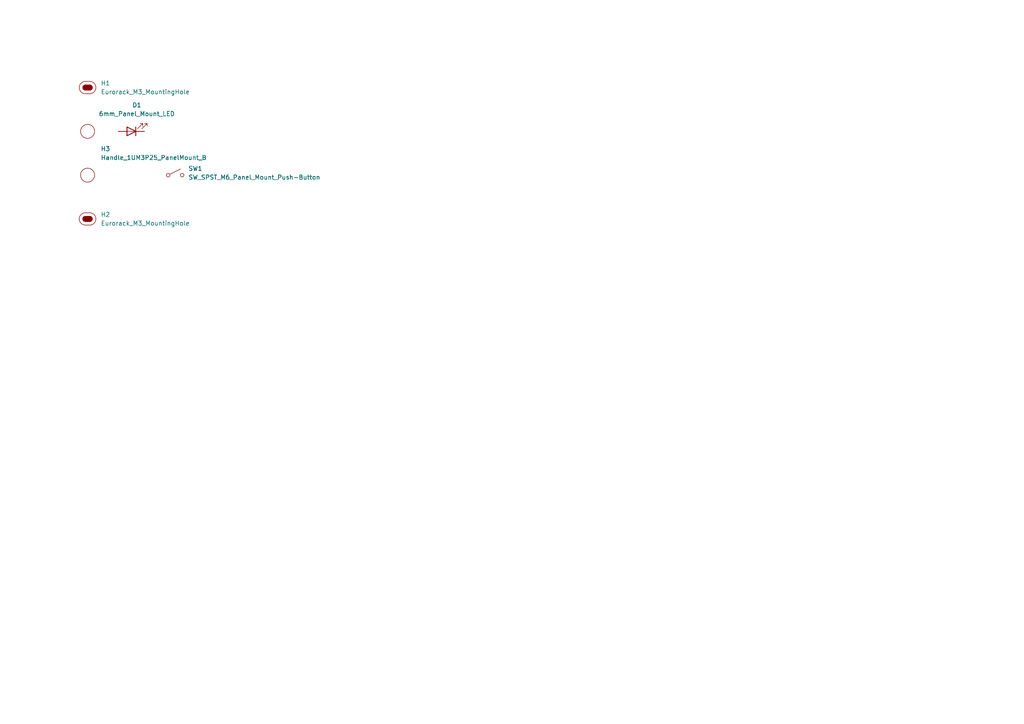
<source format=kicad_sch>
(kicad_sch (version 20250114) (generator "eeschema") (generator_version "9.0")
  (paper "A4")
  (lib_symbols
    (symbol "EXC:6mm_Panel_Mount_LED" (pin_numbers (hide yes)) (pin_names (offset 1.016) (hide yes))
      (property "Reference" "D" (at 0 2.54 0))
      (property "Value" "6mm_Panel_Mount_LED" (at 0 -3.556 0))
      (symbol "6mm_Panel_Mount_LED_0_1"
        (polyline (pts (xy -1.27 1.27) (xy -1.27 -1.27) (xy 1.27 0) (xy -1.27 1.27)) (stroke (width 0.254)))
        (polyline (pts (xy 1.27 1.27) (xy 1.27 -1.27)) (stroke (width 0.254)))
        (polyline (pts (xy 1.27 0) (xy -1.27 0)))
        (polyline (pts (xy 1.778 0.762) (xy 3.302 2.286) (xy 2.54 2.286) (xy 3.302 2.286) (xy 3.302 1.524)))
        (polyline (pts (xy 3.048 0.762) (xy 4.572 2.286) (xy 3.81 2.286) (xy 4.572 2.286) (xy 4.572 1.524)))
      )
      (symbol "6mm_Panel_Mount_LED_1_1"
        (pin passive line (at -3.81 0 0) (length 2.54) (name "A") (number "2"))
        (pin passive line (at 3.81 0 180) (length 2.54) (name "K") (number "1"))
      )
    )
    (symbol "EXC:Eurorack_M3_MountingHole" (pin_names (offset 1.016))
      (property "Reference" "H" (at 0 5.08 0))
      (property "Value" "Eurorack_M3_MountingHole" (at 0 3.175 0))
      (symbol "Eurorack_M3_MountingHole_0_1"
        (polyline (pts (xy -0.635 0.762) (xy 0.635 0.762)))
        (circle (center -0.635 0) (radius 0.762) (fill (type outline)))
        (arc (start -0.635 -0.762) (mid -1.397 0) (end -0.635 0.762))
        (arc (start -0.635 -1.778) (mid -2.413 0) (end -0.635 1.778))
        (polyline (pts (xy -0.635 -0.762) (xy 0.635 -0.762)))
        (polyline (pts (xy -0.635 -1.778) (xy 0.635 -1.778)))
        (circle (center 0 0) (radius 0.762) (fill (type outline)))
        (polyline (pts (xy 0.635 1.778) (xy -0.635 1.778)))
        (arc (start 0.6141 1.778) (mid 2.4131 0) (end 0.6141 -1.778))
        (arc (start 0.6227 0.762) (mid 1.3971 0) (end 0.6227 -0.762))
        (circle (center 0.635 0) (radius 0.762) (fill (type outline)))
      )
    )
    (symbol "EXC:Handle_1UM3P25_B"
      (property "Reference" "H" (at 0 -6.35 0))
      (property "Value" "Handle_1UM3P25_PanelMount_B" (at 0.254 -17.018 0))
      (symbol "Handle_1UM3P25_B_0_1"
        (circle (center 0 0) (radius 2.032))
        (circle (center 0 -12.7) (radius 2.032))
      )
    )
    (symbol "EXC:SW_SPST-M6_Panel_Mount_Push-Button" (pin_names (offset 0) (hide yes))
      (property "Reference" "SW" (at 0 3.175 0))
      (property "Value" "SW_SPST_M6_Panel_Mount_Push-Button" (at 0 -2.032 0))
      (symbol "SW_SPST-M6_Panel_Mount_Push-Button_0_0"
        (circle (center -2.032 0) (radius 0.508))
        (polyline (pts (xy -1.524 0.254) (xy 1.524 1.778)))
        (circle (center 2.032 0) (radius 0.508))
      )
    )
  )
  (symbol (lib_id "EXC:Eurorack_M3_MountingHole") (at 25.4 25.4 0) (unit 1)
    (property "Reference" "H1" (at 29.21 24.1299 0) (effects (justify left)))
    (property "Value" "Eurorack_M3_MountingHole" (at 29.21 26.6699 0) (effects (justify left)))
    (property "Footprint" "EXC:MountingHole_3.2mm_M3" (effects (hide yes)))
    (property "Description" "Mounting Hole without connection" (effects (hide yes)))
  )
  (symbol (lib_id "EXC:Eurorack_M3_MountingHole") (at 25.4 63.5 0) (unit 1)
    (property "Reference" "H2" (at 29.21 62.2299 0) (effects (justify left)))
    (property "Value" "Eurorack_M3_MountingHole" (at 29.21 64.7699 0) (effects (justify left)))
    (property "Footprint" "EXC:MountingHole_3.2mm_M3" (effects (hide yes)))
    (property "Description" "Mounting Hole without connection" (effects (hide yes)))
  )
  (symbol (lib_id "EXC:SW_SPST-M6_Panel_Mount_Push-Button") (at 50.8 50.8 0) (unit 1)
    (property "Reference" "SW1" (at 54.61 48.8949 0) (effects (justify left)))
    (property "Value" "SW_SPST_M6_Panel_Mount_Push-Button" (at 54.61 51.4349 0) (effects (justify left)))
    (property "Footprint" "EXC:SW_SPST_M6_Panel_Mount_Push-Button" (effects (hide yes)))
    (property "Datasheet" "https://ae01.alicdn.com/kf/Hca71d0f7945f460f80baf0ccb39bc6d8z.jpg" (effects (hide yes)))
    (property "Description" "Single Pole Single-Throw (SPST) M6 panel-mount Push-Button switch" (effects (hide yes)))
    (property "Source" "https://www.aliexpress.com/item/1005002845123531.html" (effects (hide yes)))
  )
  (symbol (lib_id "EXC:6mm_Panel_Mount_LED") (at 38.1 38.1 0) (unit 1)
    (property "Reference" "D1" (at 39.6875 30.48 0))
    (property "Value" "6mm_Panel_Mount_LED" (at 39.6875 33.02 0))
    (property "Footprint" "EXC:6mm_Panel_Mount_LED" (effects (hide yes)))
    (property "Description" "Light emitting diode" (effects (hide yes)))
  )
  (symbol (lib_id "EXC:Handle_1UM3P25_B") (at 25.4 38.1 0) (unit 1)
    (property "Reference" "H3" (at 29.21 43.1799 0) (effects (justify left)))
    (property "Value" "Handle_1UM3P25_PanelMount_B" (at 29.21 45.7199 0) (effects (justify left)))
    (property "Footprint" "EXC:Handle_1UM3P25_B" (effects (hide yes)))
  )
)
</source>
